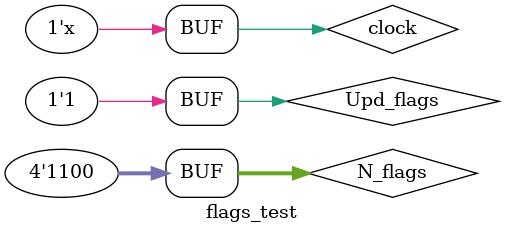
<source format=sv>
module flags_test();

logic clock;
logic Upd_flags;
logic [3:0] N_flags, O_flags;

flags flags_tst(Upd_flags, N_flags, O_flags);

always begin 
 #1 clock = ~clock;
end

initial begin
	clock = 0;
	Upd_flags = 0;
	N_flags = 4'b1001;
	
	#14 Upd_flags = 1;
	#15 N_flags = 4'b0110;
	#14 Upd_flags = 0;
	#30 N_flags = 4'b1100;
	#14  Upd_flags = 1;
	
end

endmodule
</source>
